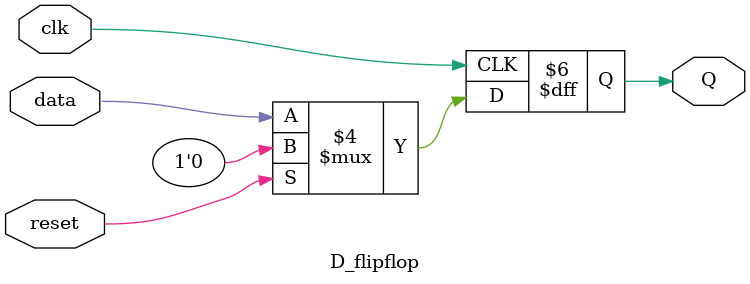
<source format=v>
`timescale 1ns / 1ps
module D_flipflop(
    input reset, 		//Reset input
    input clk,			//Clock input
    input data,		//Data input
    output reg Q	   //Q output
    );

always @(posedge clk) begin
	if (reset == 1'b1) 
		Q <= 1'b0;
	else
		Q <= data;
end

endmodule
</source>
